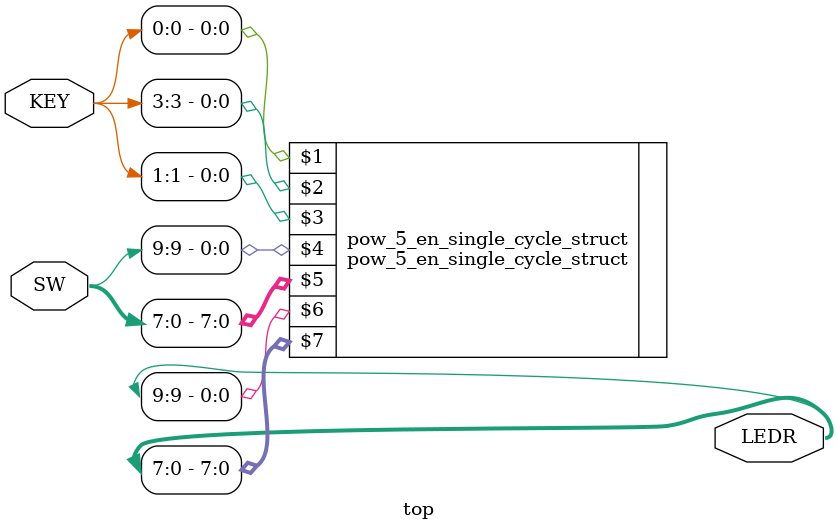
<source format=v>

module top (SW, KEY, LEDR);

	 input wire [9:0] SW;        // DE-series switches
    input wire [3:0] KEY;       // DE-series pushbuttons
	    
	 output wire [9:0] LEDR;     // DE-series LEDs   

    pow_5_en_single_cycle_struct pow_5_en_single_cycle_struct (KEY[0], KEY[3], KEY[1],  SW[9], SW[7:0], LEDR[9], LEDR[7:0]);

endmodule


</source>
